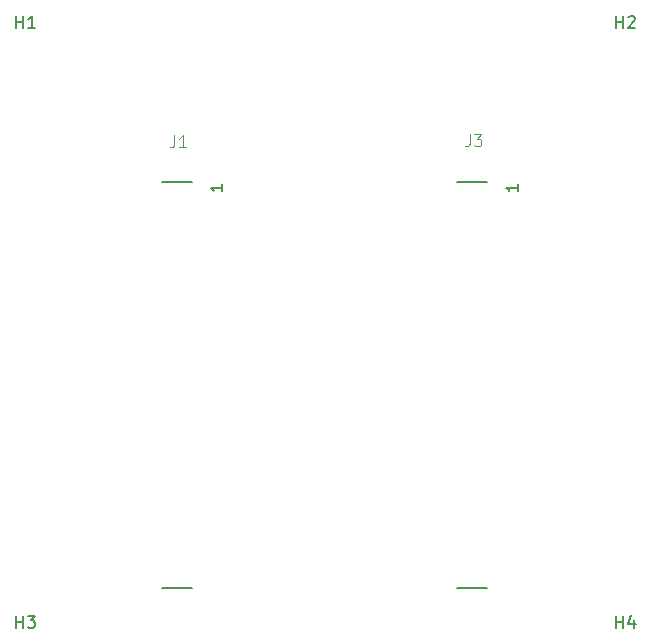
<source format=gbr>
%TF.GenerationSoftware,KiCad,Pcbnew,(5.1.9-0-10_14)*%
%TF.CreationDate,2021-04-27T11:00:09-04:00*%
%TF.ProjectId,backplane-prototype,6261636b-706c-4616-9e65-2d70726f746f,rev?*%
%TF.SameCoordinates,Original*%
%TF.FileFunction,Legend,Top*%
%TF.FilePolarity,Positive*%
%FSLAX46Y46*%
G04 Gerber Fmt 4.6, Leading zero omitted, Abs format (unit mm)*
G04 Created by KiCad (PCBNEW (5.1.9-0-10_14)) date 2021-04-27 11:00:09*
%MOMM*%
%LPD*%
G01*
G04 APERTURE LIST*
%ADD10C,0.200000*%
%ADD11C,0.015000*%
%ADD12C,0.150000*%
G04 APERTURE END LIST*
D10*
%TO.C,J1*%
X138219000Y-123155000D02*
X138219000Y-123159000D01*
X138219000Y-88845000D02*
X138219000Y-88841000D01*
X135679000Y-88845000D02*
X135679000Y-88841000D01*
X135679000Y-123159000D02*
X135679000Y-123155000D01*
X135679000Y-88841000D02*
X138219000Y-88841000D01*
X138219000Y-123159000D02*
X135679000Y-123159000D01*
%TO.C,J3*%
X163219000Y-123159000D02*
X160679000Y-123159000D01*
X160679000Y-88841000D02*
X163219000Y-88841000D01*
X160679000Y-123159000D02*
X160679000Y-123155000D01*
X160679000Y-88845000D02*
X160679000Y-88841000D01*
X163219000Y-88845000D02*
X163219000Y-88841000D01*
X163219000Y-123155000D02*
X163219000Y-123159000D01*
%TO.C,J1*%
D11*
X136686666Y-84872380D02*
X136686666Y-85586666D01*
X136639047Y-85729523D01*
X136543809Y-85824761D01*
X136400952Y-85872380D01*
X136305714Y-85872380D01*
X137686666Y-85872380D02*
X137115238Y-85872380D01*
X137400952Y-85872380D02*
X137400952Y-84872380D01*
X137305714Y-85015238D01*
X137210476Y-85110476D01*
X137115238Y-85158095D01*
D12*
X140782380Y-88994285D02*
X140782380Y-89565714D01*
X140782380Y-89280000D02*
X139782380Y-89280000D01*
X139925238Y-89375238D01*
X140020476Y-89470476D01*
X140068095Y-89565714D01*
%TO.C,J3*%
D11*
X161706666Y-84782380D02*
X161706666Y-85496666D01*
X161659047Y-85639523D01*
X161563809Y-85734761D01*
X161420952Y-85782380D01*
X161325714Y-85782380D01*
X162087619Y-84782380D02*
X162706666Y-84782380D01*
X162373333Y-85163333D01*
X162516190Y-85163333D01*
X162611428Y-85210952D01*
X162659047Y-85258571D01*
X162706666Y-85353809D01*
X162706666Y-85591904D01*
X162659047Y-85687142D01*
X162611428Y-85734761D01*
X162516190Y-85782380D01*
X162230476Y-85782380D01*
X162135238Y-85734761D01*
X162087619Y-85687142D01*
D12*
X165792380Y-88994285D02*
X165792380Y-89565714D01*
X165792380Y-89280000D02*
X164792380Y-89280000D01*
X164935238Y-89375238D01*
X165030476Y-89470476D01*
X165078095Y-89565714D01*
%TO.C,H1*%
X123338095Y-75752380D02*
X123338095Y-74752380D01*
X123338095Y-75228571D02*
X123909523Y-75228571D01*
X123909523Y-75752380D02*
X123909523Y-74752380D01*
X124909523Y-75752380D02*
X124338095Y-75752380D01*
X124623809Y-75752380D02*
X124623809Y-74752380D01*
X124528571Y-74895238D01*
X124433333Y-74990476D01*
X124338095Y-75038095D01*
%TO.C,H2*%
X174138095Y-75752380D02*
X174138095Y-74752380D01*
X174138095Y-75228571D02*
X174709523Y-75228571D01*
X174709523Y-75752380D02*
X174709523Y-74752380D01*
X175138095Y-74847619D02*
X175185714Y-74800000D01*
X175280952Y-74752380D01*
X175519047Y-74752380D01*
X175614285Y-74800000D01*
X175661904Y-74847619D01*
X175709523Y-74942857D01*
X175709523Y-75038095D01*
X175661904Y-75180952D01*
X175090476Y-75752380D01*
X175709523Y-75752380D01*
%TO.C,H3*%
X123338095Y-126552380D02*
X123338095Y-125552380D01*
X123338095Y-126028571D02*
X123909523Y-126028571D01*
X123909523Y-126552380D02*
X123909523Y-125552380D01*
X124290476Y-125552380D02*
X124909523Y-125552380D01*
X124576190Y-125933333D01*
X124719047Y-125933333D01*
X124814285Y-125980952D01*
X124861904Y-126028571D01*
X124909523Y-126123809D01*
X124909523Y-126361904D01*
X124861904Y-126457142D01*
X124814285Y-126504761D01*
X124719047Y-126552380D01*
X124433333Y-126552380D01*
X124338095Y-126504761D01*
X124290476Y-126457142D01*
%TO.C,H4*%
X174138095Y-126552380D02*
X174138095Y-125552380D01*
X174138095Y-126028571D02*
X174709523Y-126028571D01*
X174709523Y-126552380D02*
X174709523Y-125552380D01*
X175614285Y-125885714D02*
X175614285Y-126552380D01*
X175376190Y-125504761D02*
X175138095Y-126219047D01*
X175757142Y-126219047D01*
%TD*%
M02*

</source>
